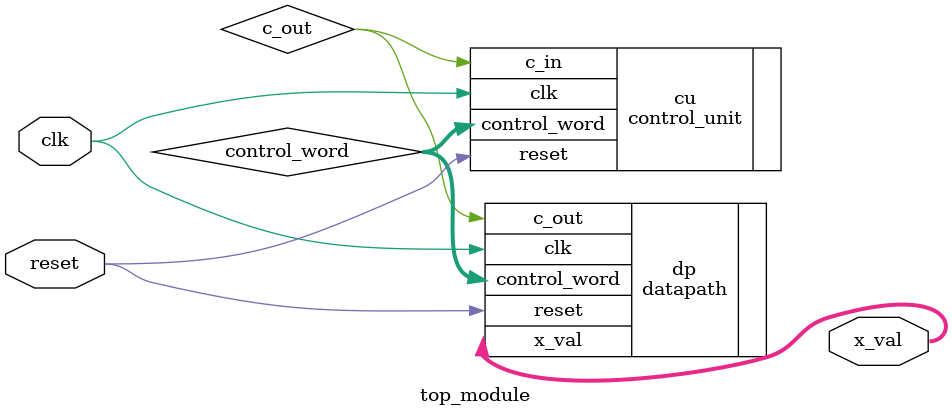
<source format=v>
module top_module (
    input clk,
    input reset,
    output [31:0] x_val // This output is critical for the TB
);
    wire [17:0] control_word;
    wire c_out;

    control_unit cu (
        .clk(clk),
        .reset(reset),
        .c_in(c_out),
        .control_word(control_word)
    );

    datapath dp (
        .clk(clk),
        .reset(reset),
        .control_word(control_word),
        .x_val(x_val),
        .c_out(c_out)
    );
endmodule
</source>
